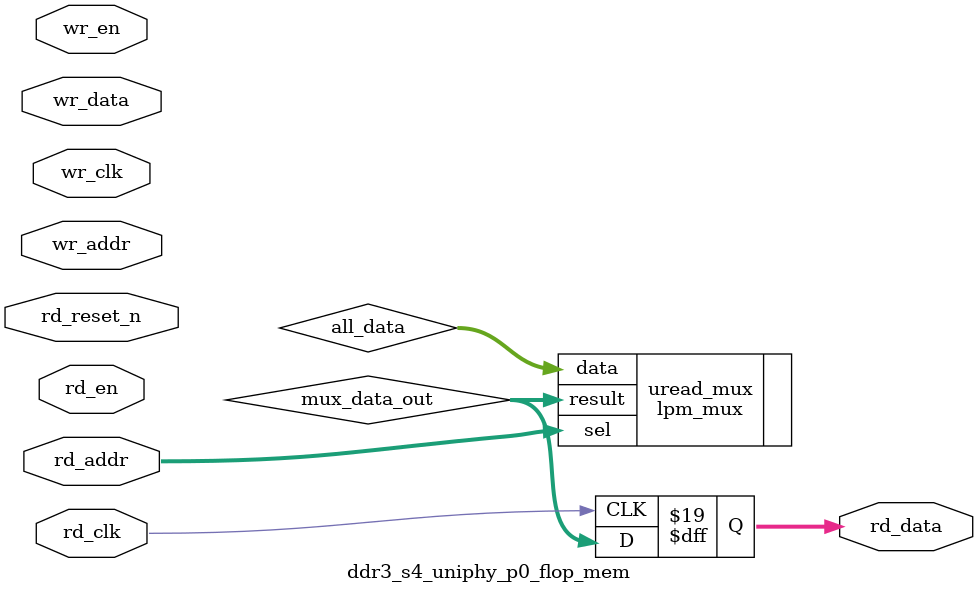
<source format=v>
module ddr3_s4_uniphy_p0_flop_mem(
	wr_clk,
	wr_en,
	wr_addr,
	wr_data,
	rd_reset_n,
	rd_clk,
	rd_en,
	rd_addr,
	rd_data
);
parameter WRITE_MEM_DEPTH	= "";
parameter WRITE_ADDR_WIDTH	= "";
parameter WRITE_DATA_WIDTH	= "";
parameter READ_MEM_DEPTH	= "";
parameter READ_ADDR_WIDTH	= "";
parameter READ_DATA_WIDTH	= "";
input	wr_clk;
input	wr_en;
input	[WRITE_ADDR_WIDTH-1:0] wr_addr;
input	[WRITE_DATA_WIDTH-1:0] wr_data;
input	rd_reset_n;
input	rd_clk;
input	rd_en;
input	[READ_ADDR_WIDTH-1:0] rd_addr;
output	[READ_DATA_WIDTH-1:0] rd_data;
wire	[WRITE_MEM_DEPTH-1:0] wr_decode;
wire	[WRITE_DATA_WIDTH*WRITE_MEM_DEPTH-1:0] all_data;
wire	[READ_DATA_WIDTH-1:0] mux_data_out;
// declare a memory with WRITE_MEM_DEPTH entries
// each entry contains a data size of WRITE_DATA_WIDTH
reg	[WRITE_DATA_WIDTH-1:0] data_stored [0:WRITE_MEM_DEPTH-1] /* synthesis syn_preserve = 1 */;
reg	[READ_DATA_WIDTH-1:0] rd_data;
always @(posedge wr_clk)
begin
	if(wr_en)
		data_stored[wr_addr] <= wr_data;
end
generate
genvar entry;
	for (entry=0; entry < WRITE_MEM_DEPTH; entry=entry+1)
	begin: mem_location
		assign all_data[(WRITE_DATA_WIDTH*(entry+1)-1) : (WRITE_DATA_WIDTH*entry)] = data_stored[entry];
	end
endgenerate
	// mux to select the correct output data based on read address
	lpm_mux	uread_mux(
		.sel (rd_addr),
		.data (all_data),
		.result (mux_data_out)
		// synopsys translate_off
		,
		.aclr (),
		.clken (),
		.clock ()
		// synopsys translate_on
		);
     defparam uread_mux.lpm_size = READ_MEM_DEPTH;
     defparam uread_mux.lpm_type = "LPM_MUX";
     defparam uread_mux.lpm_width = READ_DATA_WIDTH;
     defparam uread_mux.lpm_widths = READ_ADDR_WIDTH;
	always @(posedge rd_clk)
	begin
		rd_data <= mux_data_out;
	end
endmodule
</source>
